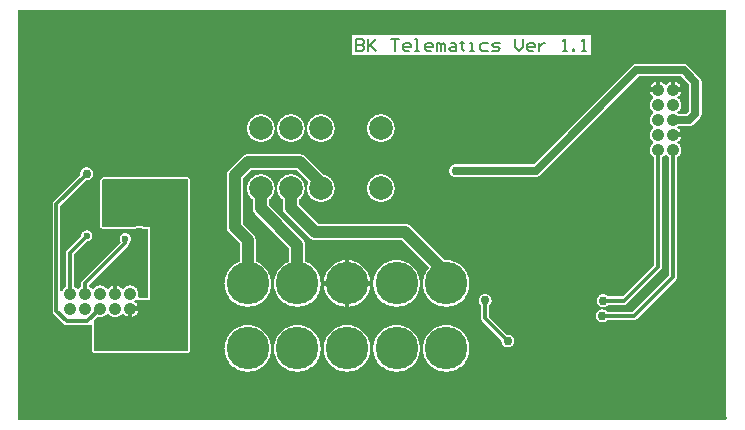
<source format=gtl>
G04*
G04 #@! TF.GenerationSoftware,Altium Limited,CircuitStudio,1.5.2 (30)*
G04*
G04 Layer_Physical_Order=1*
G04 Layer_Color=1908223*
%FSLAX25Y25*%
%MOIN*%
G70*
G01*
G75*
%ADD10C,0.01378*%
%ADD11C,0.01181*%
%ADD12C,0.02756*%
%ADD13C,0.03937*%
%ADD14C,0.00787*%
%ADD15C,0.14173*%
%ADD16C,0.04200*%
%ADD17C,0.07874*%
%ADD18C,0.02362*%
%ADD19C,0.02953*%
%ADD20C,0.03150*%
G36*
X246572Y1099D02*
X246585Y967D01*
X246623Y841D01*
X246685Y725D01*
X246769Y623D01*
X246257Y0D01*
X10515D01*
Y136614D01*
X246572D01*
Y1099D01*
D02*
G37*
%LPC*%
G36*
X136614Y53224D02*
X136146Y53210D01*
X135679Y53167D01*
X135215Y53097D01*
X134757Y52999D01*
X134306Y52873D01*
X133863Y52720D01*
X133430Y52540D01*
X133008Y52335D01*
X132600Y52105D01*
X132206Y51850D01*
X131829Y51573D01*
X131469Y51273D01*
X131127Y50951D01*
X130806Y50610D01*
X130506Y50250D01*
X130228Y49872D01*
X129974Y49479D01*
X129744Y49071D01*
X129538Y48649D01*
X129359Y48216D01*
X129206Y47773D01*
X129080Y47322D01*
X128982Y46863D01*
X128911Y46400D01*
X128869Y45933D01*
X128855Y45465D01*
X128869Y44996D01*
X128911Y44529D01*
X128982Y44066D01*
X129080Y43608D01*
X129206Y43156D01*
X129359Y42713D01*
X129538Y42280D01*
X129744Y41859D01*
X129974Y41450D01*
X130228Y41057D01*
X130506Y40679D01*
X130806Y40319D01*
X131127Y39978D01*
X131469Y39657D01*
X131829Y39356D01*
X132206Y39079D01*
X132600Y38824D01*
X133008Y38594D01*
X133430Y38389D01*
X133863Y38209D01*
X134306Y38056D01*
X134757Y37931D01*
X135215Y37832D01*
X135679Y37762D01*
X136146Y37719D01*
X136614Y37705D01*
X137083Y37719D01*
X137549Y37762D01*
X138013Y37832D01*
X138471Y37931D01*
X138923Y38056D01*
X139366Y38209D01*
X139799Y38389D01*
X140220Y38594D01*
X140628Y38824D01*
X141022Y39079D01*
X141400Y39356D01*
X141760Y39657D01*
X142101Y39978D01*
X142422Y40319D01*
X142722Y40679D01*
X143000Y41057D01*
X143255Y41450D01*
X143485Y41859D01*
X143690Y42280D01*
X143869Y42713D01*
X144022Y43156D01*
X144148Y43608D01*
X144246Y44066D01*
X144317Y44529D01*
X144360Y44996D01*
X144374Y45465D01*
X144360Y45933D01*
X144317Y46400D01*
X144246Y46863D01*
X144148Y47322D01*
X144022Y47773D01*
X143869Y48216D01*
X143690Y48649D01*
X143485Y49071D01*
X143255Y49479D01*
X143000Y49872D01*
X142722Y50250D01*
X142422Y50610D01*
X142101Y50951D01*
X141760Y51273D01*
X141400Y51573D01*
X141022Y51850D01*
X140628Y52105D01*
X140220Y52335D01*
X139799Y52540D01*
X139366Y52720D01*
X138923Y52873D01*
X138471Y52999D01*
X138013Y53097D01*
X137549Y53167D01*
X137083Y53210D01*
X136614Y53224D01*
D02*
G37*
G36*
X166142Y41913D02*
X165901Y41899D01*
X165664Y41859D01*
X165432Y41792D01*
X165209Y41700D01*
X164998Y41583D01*
X164802Y41444D01*
X164622Y41283D01*
X164462Y41104D01*
X164322Y40907D01*
X164206Y40696D01*
X164113Y40474D01*
X164047Y40242D01*
X164006Y40004D01*
X163993Y39764D01*
X164006Y39523D01*
X164047Y39286D01*
X164113Y39054D01*
X164206Y38831D01*
X164322Y38620D01*
X164462Y38424D01*
X164622Y38244D01*
X164781Y38103D01*
Y33802D01*
X164792Y33625D01*
X164827Y33450D01*
X164884Y33281D01*
X164963Y33122D01*
X165062Y32974D01*
X165062Y32974D01*
X165062Y32974D01*
X165179Y32840D01*
X171563Y26456D01*
X171551Y26244D01*
X171564Y26004D01*
X171605Y25766D01*
X171672Y25534D01*
X171764Y25312D01*
X171880Y25101D01*
X172020Y24904D01*
X172180Y24724D01*
X172360Y24564D01*
X172557Y24424D01*
X172768Y24308D01*
X172990Y24216D01*
X173222Y24149D01*
X173459Y24109D01*
X173700Y24095D01*
X173941Y24109D01*
X174178Y24149D01*
X174410Y24216D01*
X174632Y24308D01*
X174843Y24424D01*
X175040Y24564D01*
X175220Y24724D01*
X175380Y24904D01*
X175520Y25101D01*
X175636Y25312D01*
X175728Y25534D01*
X175795Y25766D01*
X175836Y26004D01*
X175849Y26244D01*
X175836Y26485D01*
X175795Y26722D01*
X175728Y26954D01*
X175636Y27176D01*
X175520Y27387D01*
X175380Y27584D01*
X175220Y27764D01*
X175040Y27924D01*
X174843Y28064D01*
X174632Y28180D01*
X174410Y28273D01*
X174178Y28339D01*
X173941Y28380D01*
X173700Y28393D01*
X173488Y28381D01*
X167503Y34366D01*
Y38103D01*
X167661Y38244D01*
X167822Y38424D01*
X167961Y38620D01*
X168078Y38831D01*
X168170Y39054D01*
X168237Y39286D01*
X168277Y39523D01*
X168291Y39764D01*
X168277Y40004D01*
X168237Y40242D01*
X168170Y40474D01*
X168078Y40696D01*
X167961Y40907D01*
X167822Y41104D01*
X167661Y41283D01*
X167482Y41444D01*
X167285Y41583D01*
X167074Y41700D01*
X166851Y41792D01*
X166620Y41859D01*
X166382Y41899D01*
X166142Y41913D01*
D02*
G37*
G36*
X101349Y81841D02*
X100987Y81827D01*
X100628Y81785D01*
X100273Y81714D01*
X99924Y81616D01*
X99585Y81490D01*
X99256Y81339D01*
X98940Y81162D01*
X98639Y80961D01*
X98355Y80737D01*
X98089Y80491D01*
X97843Y80225D01*
X97619Y79941D01*
X97418Y79640D01*
X97241Y79324D01*
X97090Y78996D01*
X96965Y78656D01*
X96866Y78308D01*
X96796Y77953D01*
X96753Y77593D01*
X96739Y77232D01*
X96753Y76870D01*
X96796Y76510D01*
X96866Y76155D01*
X96965Y75807D01*
X97090Y75467D01*
X97241Y75139D01*
X97418Y74823D01*
X97619Y74522D01*
X97843Y74238D01*
X98089Y73972D01*
X98355Y73726D01*
X98639Y73502D01*
X98708Y73456D01*
Y70659D01*
X98708Y70659D01*
X98708D01*
X98721Y70400D01*
X98759Y70144D01*
X98822Y69892D01*
X98865Y69770D01*
X98909Y69648D01*
X99020Y69414D01*
X99153Y69192D01*
X99307Y68984D01*
X99307Y68984D01*
X99307Y68984D01*
X99481Y68792D01*
X107581Y60692D01*
X107581Y60692D01*
X107773Y60518D01*
X107982Y60363D01*
X108204Y60230D01*
X108438Y60119D01*
X108438Y60119D01*
X108438Y60119D01*
D01*
X108438Y60119D01*
X108438Y60119D01*
X108682Y60032D01*
X108934Y59969D01*
X109190Y59931D01*
X109449Y59918D01*
X138434D01*
X147536Y50816D01*
X147342Y50610D01*
X147041Y50250D01*
X146764Y49872D01*
X146509Y49479D01*
X146279Y49071D01*
X146074Y48649D01*
X145894Y48216D01*
X145741Y47773D01*
X145616Y47322D01*
X145517Y46863D01*
X145447Y46400D01*
X145404Y45933D01*
X145390Y45465D01*
X145404Y44996D01*
X145447Y44529D01*
X145517Y44066D01*
X145616Y43608D01*
X145741Y43156D01*
X145894Y42713D01*
X146074Y42280D01*
X146279Y41859D01*
X146509Y41450D01*
X146764Y41057D01*
X147041Y40679D01*
X147342Y40319D01*
X147663Y39978D01*
X148004Y39657D01*
X148364Y39356D01*
X148742Y39079D01*
X149135Y38824D01*
X149544Y38594D01*
X149965Y38389D01*
X150398Y38209D01*
X150841Y38056D01*
X151293Y37931D01*
X151751Y37832D01*
X152214Y37762D01*
X152681Y37719D01*
X153150Y37705D01*
X153618Y37719D01*
X154085Y37762D01*
X154548Y37832D01*
X155007Y37931D01*
X155458Y38056D01*
X155901Y38209D01*
X156334Y38389D01*
X156756Y38594D01*
X157164Y38824D01*
X157557Y39079D01*
X157935Y39356D01*
X158295Y39657D01*
X158636Y39978D01*
X158958Y40319D01*
X159258Y40679D01*
X159536Y41057D01*
X159790Y41450D01*
X160020Y41859D01*
X160225Y42280D01*
X160405Y42713D01*
X160558Y43156D01*
X160684Y43608D01*
X160782Y44066D01*
X160853Y44529D01*
X160895Y44996D01*
X160909Y45465D01*
X160895Y45933D01*
X160853Y46400D01*
X160782Y46863D01*
X160684Y47322D01*
X160558Y47773D01*
X160405Y48216D01*
X160225Y48649D01*
X160020Y49071D01*
X159790Y49479D01*
X159536Y49872D01*
X159258Y50250D01*
X158958Y50610D01*
X158636Y50951D01*
X158295Y51273D01*
X157935Y51573D01*
X157557Y51850D01*
X157164Y52105D01*
X156756Y52335D01*
X156334Y52540D01*
X155901Y52720D01*
X155458Y52873D01*
X155007Y52999D01*
X154548Y53097D01*
X154085Y53167D01*
X153618Y53210D01*
X153150Y53224D01*
X152681Y53210D01*
X152617Y53204D01*
X141395Y64426D01*
X141203Y64601D01*
X140995Y64755D01*
X140772Y64888D01*
X140538Y64999D01*
X140416Y65043D01*
X140294Y65086D01*
X140043Y65149D01*
X139786Y65187D01*
X139528Y65200D01*
X110543D01*
X103990Y71753D01*
Y73456D01*
X104058Y73502D01*
X104343Y73726D01*
X104609Y73972D01*
X104854Y74238D01*
X105078Y74522D01*
X105279Y74823D01*
X105456Y75139D01*
X105608Y75467D01*
X105733Y75807D01*
X105831Y76155D01*
X105902Y76510D01*
X105945Y76870D01*
X105959Y77232D01*
X105945Y77593D01*
X105902Y77953D01*
X105831Y78308D01*
X105733Y78656D01*
X105608Y78996D01*
X105456Y79324D01*
X105279Y79640D01*
X105078Y79941D01*
X104854Y80225D01*
X104609Y80491D01*
X104343Y80737D01*
X104058Y80961D01*
X103757Y81162D01*
X103442Y81339D01*
X103113Y81490D01*
X102773Y81616D01*
X102425Y81714D01*
X102070Y81785D01*
X101710Y81827D01*
X101349Y81841D01*
D02*
G37*
G36*
X127795Y44677D02*
X120866D01*
Y37748D01*
X121014Y37762D01*
X121477Y37832D01*
X121936Y37931D01*
X122387Y38056D01*
X122830Y38209D01*
X123263Y38389D01*
X123685Y38594D01*
X124093Y38824D01*
X124487Y39079D01*
X124864Y39356D01*
X125224Y39657D01*
X125566Y39978D01*
X125887Y40319D01*
X126187Y40679D01*
X126465Y41057D01*
X126719Y41450D01*
X126949Y41859D01*
X127155Y42280D01*
X127334Y42713D01*
X127487Y43156D01*
X127613Y43608D01*
X127711Y44066D01*
X127782Y44529D01*
X127795Y44677D01*
D02*
G37*
G36*
X119291D02*
X112363D01*
X112376Y44529D01*
X112446Y44066D01*
X112545Y43608D01*
X112671Y43156D01*
X112824Y42713D01*
X113003Y42280D01*
X113208Y41859D01*
X113438Y41450D01*
X113693Y41057D01*
X113971Y40679D01*
X114271Y40319D01*
X114592Y39978D01*
X114933Y39657D01*
X115293Y39356D01*
X115671Y39079D01*
X116065Y38824D01*
X116473Y38594D01*
X116894Y38389D01*
X117327Y38209D01*
X117770Y38056D01*
X118222Y37931D01*
X118680Y37832D01*
X119143Y37762D01*
X119291Y37748D01*
Y44677D01*
D02*
G37*
G36*
X33336Y84167D02*
X33096Y84154D01*
X32858Y84113D01*
X32626Y84047D01*
X32404Y83954D01*
X32193Y83838D01*
X31996Y83698D01*
X31817Y83538D01*
X31656Y83358D01*
X31517Y83161D01*
X31400Y82951D01*
X31308Y82728D01*
X31241Y82496D01*
X31201Y82259D01*
X31187Y82018D01*
X31201Y81778D01*
X31216Y81685D01*
X22335Y72804D01*
X22206Y72653D01*
X22102Y72484D01*
X22027Y72301D01*
X21980Y72108D01*
X21965Y71910D01*
Y36220D01*
X21980Y36023D01*
X22027Y35830D01*
X22102Y35647D01*
X22206Y35478D01*
X22335Y35327D01*
X22335Y35327D01*
X22335Y35327D01*
X25750Y31912D01*
D01*
X25750Y31912D01*
X25750Y31912D01*
Y31912D01*
X25901Y31783D01*
X26070Y31679D01*
D01*
D01*
Y31679D01*
X26070Y31679D01*
D01*
D01*
X26070D01*
Y31679D01*
D01*
X26070D01*
Y31679D01*
X26253Y31603D01*
X26446Y31557D01*
X26643Y31542D01*
X33587D01*
X33784Y31557D01*
X33977Y31603D01*
X34161Y31679D01*
X34330Y31783D01*
X34480Y31912D01*
X34480Y31912D01*
X34480Y31912D01*
X34536Y31967D01*
X35154Y31711D01*
Y22835D01*
X35167Y22704D01*
X35205Y22577D01*
X35268Y22461D01*
X35351Y22359D01*
X35453Y22275D01*
X35569Y22213D01*
X35696Y22175D01*
X35827Y22162D01*
X66929D01*
X67060Y22175D01*
X67186Y22213D01*
X67303Y22275D01*
X67405Y22359D01*
X67488Y22461D01*
X67550Y22577D01*
X67589Y22704D01*
X67602Y22835D01*
Y80158D01*
X67589Y80289D01*
X67550Y80415D01*
X67488Y80531D01*
X67405Y80633D01*
X67303Y80717D01*
X67186Y80779D01*
X67060Y80817D01*
X66929Y80830D01*
X38913D01*
X38912Y80830D01*
X38912Y80830D01*
X38847Y80823D01*
X38782Y80817D01*
X38781Y80817D01*
X38781Y80817D01*
X38718Y80798D01*
X38656Y80779D01*
X38655Y80779D01*
X38655Y80778D01*
X38597Y80747D01*
X38539Y80717D01*
X38539Y80716D01*
X38539Y80716D01*
X38487Y80674D01*
X38438Y80633D01*
X38437Y80633D01*
X38437Y80632D01*
X37964Y80158D01*
X37964Y80158D01*
X37964Y80158D01*
X37923Y80108D01*
X37881Y80056D01*
X37881Y80056D01*
X37880Y80056D01*
X37849Y79997D01*
X37819Y79940D01*
X37819Y79940D01*
X37818Y79939D01*
X37801Y79880D01*
X37781Y79814D01*
X37781Y79813D01*
X37780Y79813D01*
X37774Y79749D01*
X37768Y79683D01*
X37768Y79682D01*
X37768Y79682D01*
X37812Y64390D01*
X37818Y64326D01*
X37824Y64262D01*
X37825Y64261D01*
X37825Y64259D01*
X37844Y64198D01*
X37862Y64136D01*
X37863Y64134D01*
X37864Y64133D01*
X37894Y64077D01*
X37924Y64020D01*
X37925Y64018D01*
X37926Y64017D01*
X37967Y63967D01*
X38008Y63917D01*
X38009Y63916D01*
X38010Y63915D01*
X38060Y63874D01*
X38109Y63834D01*
X38111Y63833D01*
X38112Y63832D01*
X38168Y63802D01*
X38225Y63771D01*
X38227Y63771D01*
X38229Y63770D01*
X38289Y63752D01*
X38352Y63733D01*
X38353Y63732D01*
X38355Y63732D01*
X38418Y63726D01*
X38483Y63719D01*
X49573Y63696D01*
X49583Y63697D01*
X49593Y63696D01*
X49648Y63703D01*
X49704Y63708D01*
X49713Y63711D01*
X49724Y63713D01*
X49777Y63730D01*
X49830Y63746D01*
X49839Y63751D01*
X49849Y63754D01*
X49897Y63782D01*
X49946Y63808D01*
X49954Y63815D01*
X49963Y63820D01*
X50002Y63848D01*
X50147Y63928D01*
X50300Y63991D01*
X50459Y64037D01*
X50622Y64065D01*
X50787Y64074D01*
X50953Y64065D01*
X51116Y64037D01*
X51275Y63991D01*
X51428Y63928D01*
X51572Y63848D01*
X51619Y63815D01*
X51627Y63810D01*
X51633Y63805D01*
X51684Y63778D01*
X51733Y63749D01*
X51742Y63747D01*
X51749Y63742D01*
X51804Y63726D01*
X51859Y63707D01*
X51867Y63706D01*
X51876Y63704D01*
X51933Y63698D01*
X51989Y63691D01*
X51998Y63691D01*
X52007Y63691D01*
X53658Y63687D01*
Y40436D01*
X51400D01*
X50415Y40902D01*
X50358Y40984D01*
X50433Y41193D01*
X50499Y41457D01*
X50539Y41726D01*
X50552Y41998D01*
X50539Y42270D01*
X50499Y42539D01*
X50433Y42803D01*
X50341Y43059D01*
X50225Y43305D01*
X50085Y43538D01*
X49923Y43757D01*
X49740Y43959D01*
X49538Y44141D01*
X49320Y44303D01*
X49087Y44443D01*
X48841Y44560D01*
X48584Y44651D01*
X48320Y44717D01*
X48051Y44757D01*
X47780Y44771D01*
X47508Y44757D01*
X47239Y44717D01*
X46975Y44651D01*
X46719Y44560D01*
X46473Y44443D01*
X46239Y44303D01*
X46021Y44141D01*
X45819Y43959D01*
X45636Y43757D01*
X45614Y43727D01*
X44945D01*
X44923Y43757D01*
X44740Y43959D01*
X44539Y44141D01*
X44320Y44303D01*
X44087Y44443D01*
X43841Y44560D01*
X43584Y44651D01*
X43567Y44656D01*
Y41997D01*
X41992D01*
Y44656D01*
X41975Y44651D01*
X41719Y44560D01*
X41473Y44443D01*
X41239Y44303D01*
X41021Y44141D01*
X40819Y43959D01*
X40636Y43757D01*
X40614Y43727D01*
X39945D01*
X39923Y43757D01*
X39740Y43959D01*
X39538Y44141D01*
X39320Y44303D01*
X39087Y44443D01*
X38841Y44560D01*
X38584Y44651D01*
X38320Y44717D01*
X38051Y44757D01*
X37780Y44771D01*
X37508Y44757D01*
X37239Y44717D01*
X36975Y44651D01*
X36719Y44560D01*
X36473Y44443D01*
X36239Y44303D01*
X36021Y44141D01*
X35819Y43959D01*
X35636Y43757D01*
X35614Y43727D01*
X34945D01*
X34923Y43757D01*
X34740Y43959D01*
X34538Y44141D01*
X34320Y44303D01*
X34087Y44443D01*
X34043Y44464D01*
Y44973D01*
X47035Y57965D01*
X47164Y58115D01*
X47268Y58284D01*
X47312Y58392D01*
X47344Y58468D01*
X47353Y58505D01*
X47390Y58661D01*
X47405Y58858D01*
X47405Y58858D01*
Y58858D01*
X47591Y59199D01*
X47711Y59368D01*
X47811Y59550D01*
X47891Y59742D01*
X47949Y59942D01*
X47983Y60147D01*
X47995Y60354D01*
X47983Y60562D01*
X47949Y60767D01*
X47891Y60966D01*
X47811Y61159D01*
X47711Y61340D01*
X47591Y61510D01*
X47452Y61665D01*
X47297Y61803D01*
X47128Y61924D01*
X46946Y62024D01*
X46754Y62104D01*
X46554Y62161D01*
X46349Y62196D01*
X46142Y62208D01*
X45934Y62196D01*
X45729Y62161D01*
X45530Y62104D01*
X45338Y62024D01*
X45156Y61924D01*
X44986Y61803D01*
X44831Y61665D01*
X44693Y61510D01*
X44572Y61340D01*
X44472Y61159D01*
X44392Y60966D01*
X44335Y60767D01*
X44300Y60562D01*
X44288Y60354D01*
X44300Y60147D01*
X44335Y59942D01*
X44392Y59742D01*
X44472Y59550D01*
X44572Y59368D01*
X44693Y59199D01*
X44694Y59198D01*
X31886Y46390D01*
X31757Y46239D01*
X31654Y46070D01*
X31578Y45887D01*
X31531Y45694D01*
X31516Y45496D01*
Y44464D01*
X31473Y44443D01*
X31239Y44303D01*
X31021Y44141D01*
X30819Y43959D01*
X30636Y43757D01*
X30614Y43727D01*
X29945D01*
X29923Y43757D01*
X29740Y43959D01*
X29539Y44141D01*
X29320Y44303D01*
X29087Y44443D01*
X29043Y44464D01*
Y55209D01*
X33274Y59439D01*
X33336Y59436D01*
X33544Y59447D01*
X33749Y59482D01*
X33948Y59540D01*
X34140Y59619D01*
X34322Y59720D01*
X34492Y59840D01*
X34647Y59978D01*
X34785Y60133D01*
X34905Y60303D01*
X35006Y60485D01*
X35085Y60677D01*
X35143Y60877D01*
X35178Y61081D01*
X35190Y61289D01*
X35178Y61497D01*
X35143Y61701D01*
X35085Y61901D01*
X35006Y62093D01*
X34905Y62275D01*
X34785Y62445D01*
X34647Y62599D01*
X34492Y62738D01*
X34322Y62858D01*
X34140Y62959D01*
X33948Y63038D01*
X33749Y63096D01*
X33544Y63131D01*
X33336Y63142D01*
X33129Y63131D01*
X32924Y63096D01*
X32724Y63038D01*
X32532Y62959D01*
X32350Y62858D01*
X32181Y62738D01*
X32026Y62599D01*
X31887Y62445D01*
X31767Y62275D01*
X31666Y62093D01*
X31587Y61901D01*
X31529Y61701D01*
X31495Y61497D01*
X31483Y61289D01*
X31486Y61226D01*
X26886Y56626D01*
X26757Y56475D01*
X26654Y56306D01*
X26578Y56123D01*
X26531Y55930D01*
X26516Y55732D01*
Y44464D01*
X26473Y44443D01*
X26239Y44303D01*
X26021Y44141D01*
X25819Y43959D01*
X25636Y43757D01*
X25474Y43538D01*
X25334Y43305D01*
X25218Y43059D01*
X25152Y42873D01*
X24492Y42988D01*
Y71387D01*
X33004Y79898D01*
X33096Y79883D01*
X33336Y79869D01*
X33577Y79883D01*
X33814Y79923D01*
X34046Y79990D01*
X34269Y80082D01*
X34480Y80199D01*
X34676Y80338D01*
X34856Y80498D01*
X35016Y80678D01*
X35156Y80875D01*
X35272Y81086D01*
X35365Y81308D01*
X35431Y81540D01*
X35472Y81778D01*
X35485Y82018D01*
X35472Y82259D01*
X35431Y82496D01*
X35365Y82728D01*
X35272Y82951D01*
X35156Y83161D01*
X35016Y83358D01*
X34856Y83538D01*
X34676Y83698D01*
X34480Y83838D01*
X34269Y83954D01*
X34046Y84047D01*
X33814Y84113D01*
X33577Y84154D01*
X33336Y84167D01*
D02*
G37*
G36*
X103543Y31570D02*
X103075Y31556D01*
X102608Y31514D01*
X102145Y31443D01*
X101686Y31345D01*
X101235Y31219D01*
X100792Y31066D01*
X100359Y30887D01*
X99937Y30682D01*
X99529Y30451D01*
X99136Y30197D01*
X98758Y29919D01*
X98398Y29619D01*
X98057Y29298D01*
X97735Y28956D01*
X97435Y28596D01*
X97158Y28219D01*
X96903Y27825D01*
X96673Y27417D01*
X96468Y26996D01*
X96288Y26562D01*
X96135Y26119D01*
X96009Y25668D01*
X95911Y25210D01*
X95841Y24746D01*
X95798Y24280D01*
X95784Y23811D01*
X95798Y23343D01*
X95841Y22876D01*
X95911Y22412D01*
X96009Y21954D01*
X96135Y21502D01*
X96288Y21059D01*
X96468Y20626D01*
X96673Y20205D01*
X96903Y19797D01*
X97158Y19403D01*
X97435Y19026D01*
X97735Y18665D01*
X98057Y18324D01*
X98398Y18003D01*
X98758Y17703D01*
X99136Y17425D01*
X99529Y17171D01*
X99937Y16940D01*
X100359Y16735D01*
X100792Y16556D01*
X101235Y16403D01*
X101686Y16277D01*
X102145Y16179D01*
X102608Y16108D01*
X103075Y16066D01*
X103543Y16051D01*
X104012Y16066D01*
X104479Y16108D01*
X104942Y16179D01*
X105400Y16277D01*
X105852Y16403D01*
X106295Y16556D01*
X106728Y16735D01*
X107149Y16940D01*
X107558Y17171D01*
X107951Y17425D01*
X108329Y17703D01*
X108689Y18003D01*
X109030Y18324D01*
X109351Y18665D01*
X109652Y19026D01*
X109929Y19403D01*
X110184Y19797D01*
X110414Y20205D01*
X110619Y20626D01*
X110799Y21059D01*
X110951Y21502D01*
X111077Y21954D01*
X111176Y22412D01*
X111246Y22876D01*
X111289Y23343D01*
X111303Y23811D01*
X111289Y24280D01*
X111246Y24746D01*
X111176Y25210D01*
X111077Y25668D01*
X110951Y26119D01*
X110799Y26562D01*
X110619Y26996D01*
X110414Y27417D01*
X110184Y27825D01*
X109929Y28219D01*
X109652Y28596D01*
X109351Y28956D01*
X109030Y29298D01*
X108689Y29619D01*
X108329Y29919D01*
X107951Y30197D01*
X107558Y30451D01*
X107149Y30682D01*
X106728Y30887D01*
X106295Y31066D01*
X105852Y31219D01*
X105400Y31345D01*
X104942Y31443D01*
X104479Y31514D01*
X104012Y31556D01*
X103543Y31570D01*
D02*
G37*
G36*
X87008D02*
X86540Y31556D01*
X86073Y31514D01*
X85609Y31443D01*
X85151Y31345D01*
X84699Y31219D01*
X84257Y31066D01*
X83823Y30887D01*
X83402Y30682D01*
X82994Y30451D01*
X82600Y30197D01*
X82223Y29919D01*
X81862Y29619D01*
X81521Y29298D01*
X81200Y28956D01*
X80900Y28596D01*
X80622Y28219D01*
X80368Y27825D01*
X80137Y27417D01*
X79932Y26996D01*
X79753Y26562D01*
X79600Y26119D01*
X79474Y25668D01*
X79376Y25210D01*
X79305Y24746D01*
X79263Y24280D01*
X79249Y23811D01*
X79263Y23343D01*
X79305Y22876D01*
X79376Y22412D01*
X79474Y21954D01*
X79600Y21502D01*
X79753Y21059D01*
X79932Y20626D01*
X80137Y20205D01*
X80368Y19797D01*
X80622Y19403D01*
X80900Y19026D01*
X81200Y18665D01*
X81521Y18324D01*
X81862Y18003D01*
X82223Y17703D01*
X82600Y17425D01*
X82994Y17171D01*
X83402Y16940D01*
X83823Y16735D01*
X84257Y16556D01*
X84699Y16403D01*
X85151Y16277D01*
X85609Y16179D01*
X86073Y16108D01*
X86540Y16066D01*
X87008Y16051D01*
X87476Y16066D01*
X87943Y16108D01*
X88407Y16179D01*
X88865Y16277D01*
X89316Y16403D01*
X89759Y16556D01*
X90193Y16735D01*
X90614Y16940D01*
X91022Y17171D01*
X91416Y17425D01*
X91793Y17703D01*
X92154Y18003D01*
X92495Y18324D01*
X92816Y18665D01*
X93116Y19026D01*
X93394Y19403D01*
X93648Y19797D01*
X93879Y20205D01*
X94084Y20626D01*
X94263Y21059D01*
X94416Y21502D01*
X94542Y21954D01*
X94640Y22412D01*
X94711Y22876D01*
X94753Y23343D01*
X94767Y23811D01*
X94753Y24280D01*
X94711Y24746D01*
X94640Y25210D01*
X94542Y25668D01*
X94416Y26119D01*
X94263Y26562D01*
X94084Y26996D01*
X93879Y27417D01*
X93648Y27825D01*
X93394Y28219D01*
X93116Y28596D01*
X92816Y28956D01*
X92495Y29298D01*
X92154Y29619D01*
X91793Y29919D01*
X91416Y30197D01*
X91022Y30451D01*
X90614Y30682D01*
X90193Y30887D01*
X89759Y31066D01*
X89316Y31219D01*
X88865Y31345D01*
X88407Y31443D01*
X87943Y31514D01*
X87476Y31556D01*
X87008Y31570D01*
D02*
G37*
G36*
X120079D02*
X119610Y31556D01*
X119143Y31514D01*
X118680Y31443D01*
X118222Y31345D01*
X117770Y31219D01*
X117327Y31066D01*
X116894Y30887D01*
X116473Y30682D01*
X116065Y30451D01*
X115671Y30197D01*
X115293Y29919D01*
X114933Y29619D01*
X114592Y29298D01*
X114271Y28956D01*
X113971Y28596D01*
X113693Y28219D01*
X113438Y27825D01*
X113208Y27417D01*
X113003Y26996D01*
X112824Y26562D01*
X112671Y26119D01*
X112545Y25668D01*
X112446Y25210D01*
X112376Y24746D01*
X112334Y24280D01*
X112319Y23811D01*
X112334Y23343D01*
X112376Y22876D01*
X112446Y22412D01*
X112545Y21954D01*
X112671Y21502D01*
X112824Y21059D01*
X113003Y20626D01*
X113208Y20205D01*
X113438Y19797D01*
X113693Y19403D01*
X113971Y19026D01*
X114271Y18665D01*
X114592Y18324D01*
X114933Y18003D01*
X115293Y17703D01*
X115671Y17425D01*
X116065Y17171D01*
X116473Y16940D01*
X116894Y16735D01*
X117327Y16556D01*
X117770Y16403D01*
X118222Y16277D01*
X118680Y16179D01*
X119143Y16108D01*
X119610Y16066D01*
X120079Y16051D01*
X120547Y16066D01*
X121014Y16108D01*
X121477Y16179D01*
X121936Y16277D01*
X122387Y16403D01*
X122830Y16556D01*
X123263Y16735D01*
X123685Y16940D01*
X124093Y17171D01*
X124487Y17425D01*
X124864Y17703D01*
X125224Y18003D01*
X125566Y18324D01*
X125887Y18665D01*
X126187Y19026D01*
X126465Y19403D01*
X126719Y19797D01*
X126949Y20205D01*
X127155Y20626D01*
X127334Y21059D01*
X127487Y21502D01*
X127613Y21954D01*
X127711Y22412D01*
X127782Y22876D01*
X127824Y23343D01*
X127838Y23811D01*
X127824Y24280D01*
X127782Y24746D01*
X127711Y25210D01*
X127613Y25668D01*
X127487Y26119D01*
X127334Y26562D01*
X127155Y26996D01*
X126949Y27417D01*
X126719Y27825D01*
X126465Y28219D01*
X126187Y28596D01*
X125887Y28956D01*
X125566Y29298D01*
X125224Y29619D01*
X124864Y29919D01*
X124487Y30197D01*
X124093Y30451D01*
X123685Y30682D01*
X123263Y30887D01*
X122830Y31066D01*
X122387Y31219D01*
X121936Y31345D01*
X121477Y31443D01*
X121014Y31514D01*
X120547Y31556D01*
X120079Y31570D01*
D02*
G37*
G36*
X153150D02*
X152681Y31556D01*
X152214Y31514D01*
X151751Y31443D01*
X151293Y31345D01*
X150841Y31219D01*
X150398Y31066D01*
X149965Y30887D01*
X149544Y30682D01*
X149135Y30451D01*
X148742Y30197D01*
X148364Y29919D01*
X148004Y29619D01*
X147663Y29298D01*
X147342Y28956D01*
X147041Y28596D01*
X146764Y28219D01*
X146509Y27825D01*
X146279Y27417D01*
X146074Y26996D01*
X145894Y26562D01*
X145741Y26119D01*
X145616Y25668D01*
X145517Y25210D01*
X145447Y24746D01*
X145404Y24280D01*
X145390Y23811D01*
X145404Y23343D01*
X145447Y22876D01*
X145517Y22412D01*
X145616Y21954D01*
X145741Y21502D01*
X145894Y21059D01*
X146074Y20626D01*
X146279Y20205D01*
X146509Y19797D01*
X146764Y19403D01*
X147041Y19026D01*
X147342Y18665D01*
X147663Y18324D01*
X148004Y18003D01*
X148364Y17703D01*
X148742Y17425D01*
X149135Y17171D01*
X149544Y16940D01*
X149965Y16735D01*
X150398Y16556D01*
X150841Y16403D01*
X151293Y16277D01*
X151751Y16179D01*
X152214Y16108D01*
X152681Y16066D01*
X153150Y16051D01*
X153618Y16066D01*
X154085Y16108D01*
X154548Y16179D01*
X155007Y16277D01*
X155458Y16403D01*
X155901Y16556D01*
X156334Y16735D01*
X156756Y16940D01*
X157164Y17171D01*
X157557Y17425D01*
X157935Y17703D01*
X158295Y18003D01*
X158636Y18324D01*
X158958Y18665D01*
X159258Y19026D01*
X159536Y19403D01*
X159790Y19797D01*
X160020Y20205D01*
X160225Y20626D01*
X160405Y21059D01*
X160558Y21502D01*
X160684Y21954D01*
X160782Y22412D01*
X160853Y22876D01*
X160895Y23343D01*
X160909Y23811D01*
X160895Y24280D01*
X160853Y24746D01*
X160782Y25210D01*
X160684Y25668D01*
X160558Y26119D01*
X160405Y26562D01*
X160225Y26996D01*
X160020Y27417D01*
X159790Y27825D01*
X159536Y28219D01*
X159258Y28596D01*
X158958Y28956D01*
X158636Y29298D01*
X158295Y29619D01*
X157935Y29919D01*
X157557Y30197D01*
X157164Y30451D01*
X156756Y30682D01*
X156334Y30887D01*
X155901Y31066D01*
X155458Y31219D01*
X155007Y31345D01*
X154548Y31443D01*
X154085Y31514D01*
X153618Y31556D01*
X153150Y31570D01*
D02*
G37*
G36*
X136614D02*
X136146Y31556D01*
X135679Y31514D01*
X135215Y31443D01*
X134757Y31345D01*
X134306Y31219D01*
X133863Y31066D01*
X133430Y30887D01*
X133008Y30682D01*
X132600Y30451D01*
X132206Y30197D01*
X131829Y29919D01*
X131469Y29619D01*
X131127Y29298D01*
X130806Y28956D01*
X130506Y28596D01*
X130228Y28219D01*
X129974Y27825D01*
X129744Y27417D01*
X129538Y26996D01*
X129359Y26562D01*
X129206Y26119D01*
X129080Y25668D01*
X128982Y25210D01*
X128911Y24746D01*
X128869Y24280D01*
X128855Y23811D01*
X128869Y23343D01*
X128911Y22876D01*
X128982Y22412D01*
X129080Y21954D01*
X129206Y21502D01*
X129359Y21059D01*
X129538Y20626D01*
X129744Y20205D01*
X129974Y19797D01*
X130228Y19403D01*
X130506Y19026D01*
X130806Y18665D01*
X131127Y18324D01*
X131469Y18003D01*
X131829Y17703D01*
X132206Y17425D01*
X132600Y17171D01*
X133008Y16940D01*
X133430Y16735D01*
X133863Y16556D01*
X134306Y16403D01*
X134757Y16277D01*
X135215Y16179D01*
X135679Y16108D01*
X136146Y16066D01*
X136614Y16051D01*
X137083Y16066D01*
X137549Y16108D01*
X138013Y16179D01*
X138471Y16277D01*
X138923Y16403D01*
X139366Y16556D01*
X139799Y16735D01*
X140220Y16940D01*
X140628Y17171D01*
X141022Y17425D01*
X141400Y17703D01*
X141760Y18003D01*
X142101Y18324D01*
X142422Y18665D01*
X142722Y19026D01*
X143000Y19403D01*
X143255Y19797D01*
X143485Y20205D01*
X143690Y20626D01*
X143869Y21059D01*
X144022Y21502D01*
X144148Y21954D01*
X144246Y22412D01*
X144317Y22876D01*
X144360Y23343D01*
X144374Y23811D01*
X144360Y24280D01*
X144317Y24746D01*
X144246Y25210D01*
X144148Y25668D01*
X144022Y26119D01*
X143869Y26562D01*
X143690Y26996D01*
X143485Y27417D01*
X143255Y27825D01*
X143000Y28219D01*
X142722Y28596D01*
X142422Y28956D01*
X142101Y29298D01*
X141760Y29619D01*
X141400Y29919D01*
X141022Y30197D01*
X140628Y30451D01*
X140220Y30682D01*
X139799Y30887D01*
X139366Y31066D01*
X138923Y31219D01*
X138471Y31345D01*
X138013Y31443D01*
X137549Y31514D01*
X137083Y31556D01*
X136614Y31570D01*
D02*
G37*
G36*
X119291Y53181D02*
X119143Y53167D01*
X118680Y53097D01*
X118222Y52999D01*
X117770Y52873D01*
X117327Y52720D01*
X116894Y52540D01*
X116473Y52335D01*
X116065Y52105D01*
X115671Y51850D01*
X115293Y51573D01*
X114933Y51273D01*
X114592Y50951D01*
X114271Y50610D01*
X113971Y50250D01*
X113693Y49872D01*
X113438Y49479D01*
X113208Y49071D01*
X113003Y48649D01*
X112824Y48216D01*
X112671Y47773D01*
X112545Y47322D01*
X112446Y46863D01*
X112376Y46400D01*
X112363Y46252D01*
X119291D01*
Y53181D01*
D02*
G37*
G36*
X131349Y101841D02*
X130987Y101827D01*
X130628Y101785D01*
X130273Y101714D01*
X129924Y101616D01*
X129585Y101490D01*
X129256Y101339D01*
X128940Y101162D01*
X128639Y100961D01*
X128355Y100737D01*
X128089Y100491D01*
X127843Y100225D01*
X127619Y99941D01*
X127418Y99640D01*
X127241Y99324D01*
X127090Y98996D01*
X126965Y98656D01*
X126866Y98308D01*
X126796Y97953D01*
X126753Y97593D01*
X126739Y97232D01*
X126753Y96870D01*
X126796Y96510D01*
X126866Y96155D01*
X126965Y95807D01*
X127090Y95467D01*
X127241Y95139D01*
X127418Y94823D01*
X127619Y94522D01*
X127843Y94238D01*
X128089Y93972D01*
X128355Y93726D01*
X128639Y93502D01*
X128940Y93301D01*
X129256Y93124D01*
X129585Y92973D01*
X129924Y92847D01*
X130273Y92749D01*
X130628Y92678D01*
X130987Y92636D01*
X131349Y92622D01*
X131711Y92636D01*
X132070Y92678D01*
X132425Y92749D01*
X132773Y92847D01*
X133113Y92973D01*
X133442Y93124D01*
X133757Y93301D01*
X134058Y93502D01*
X134343Y93726D01*
X134608Y93972D01*
X134854Y94238D01*
X135078Y94522D01*
X135279Y94823D01*
X135456Y95139D01*
X135608Y95467D01*
X135733Y95807D01*
X135831Y96155D01*
X135902Y96510D01*
X135944Y96870D01*
X135959Y97232D01*
X135944Y97593D01*
X135902Y97953D01*
X135831Y98308D01*
X135733Y98656D01*
X135608Y98996D01*
X135456Y99324D01*
X135279Y99640D01*
X135078Y99941D01*
X134854Y100225D01*
X134608Y100491D01*
X134343Y100737D01*
X134058Y100961D01*
X133757Y101162D01*
X133442Y101339D01*
X133113Y101490D01*
X132773Y101616D01*
X132425Y101714D01*
X132070Y101785D01*
X131711Y101827D01*
X131349Y101841D01*
D02*
G37*
G36*
X111349D02*
X110987Y101827D01*
X110628Y101785D01*
X110273Y101714D01*
X109924Y101616D01*
X109585Y101490D01*
X109256Y101339D01*
X108940Y101162D01*
X108639Y100961D01*
X108355Y100737D01*
X108089Y100491D01*
X107843Y100225D01*
X107619Y99941D01*
X107418Y99640D01*
X107241Y99324D01*
X107090Y98996D01*
X106965Y98656D01*
X106866Y98308D01*
X106796Y97953D01*
X106753Y97593D01*
X106739Y97232D01*
X106753Y96870D01*
X106796Y96510D01*
X106866Y96155D01*
X106965Y95807D01*
X107090Y95467D01*
X107241Y95139D01*
X107418Y94823D01*
X107619Y94522D01*
X107843Y94238D01*
X108089Y93972D01*
X108355Y93726D01*
X108639Y93502D01*
X108940Y93301D01*
X109256Y93124D01*
X109585Y92973D01*
X109924Y92847D01*
X110273Y92749D01*
X110628Y92678D01*
X110987Y92636D01*
X111349Y92622D01*
X111711Y92636D01*
X112070Y92678D01*
X112425Y92749D01*
X112773Y92847D01*
X113113Y92973D01*
X113442Y93124D01*
X113757Y93301D01*
X114058Y93502D01*
X114343Y93726D01*
X114609Y93972D01*
X114854Y94238D01*
X115078Y94522D01*
X115279Y94823D01*
X115456Y95139D01*
X115608Y95467D01*
X115733Y95807D01*
X115831Y96155D01*
X115902Y96510D01*
X115945Y96870D01*
X115959Y97232D01*
X115945Y97593D01*
X115902Y97953D01*
X115831Y98308D01*
X115733Y98656D01*
X115608Y98996D01*
X115456Y99324D01*
X115279Y99640D01*
X115078Y99941D01*
X114854Y100225D01*
X114609Y100491D01*
X114343Y100737D01*
X114058Y100961D01*
X113757Y101162D01*
X113442Y101339D01*
X113113Y101490D01*
X112773Y101616D01*
X112425Y101714D01*
X112070Y101785D01*
X111711Y101827D01*
X111349Y101841D01*
D02*
G37*
G36*
X101349D02*
X100987Y101827D01*
X100628Y101785D01*
X100273Y101714D01*
X99924Y101616D01*
X99585Y101490D01*
X99256Y101339D01*
X98940Y101162D01*
X98639Y100961D01*
X98355Y100737D01*
X98089Y100491D01*
X97843Y100225D01*
X97619Y99941D01*
X97418Y99640D01*
X97241Y99324D01*
X97090Y98996D01*
X96965Y98656D01*
X96866Y98308D01*
X96796Y97953D01*
X96753Y97593D01*
X96739Y97232D01*
X96753Y96870D01*
X96796Y96510D01*
X96866Y96155D01*
X96965Y95807D01*
X97090Y95467D01*
X97241Y95139D01*
X97418Y94823D01*
X97619Y94522D01*
X97843Y94238D01*
X98089Y93972D01*
X98355Y93726D01*
X98639Y93502D01*
X98940Y93301D01*
X99256Y93124D01*
X99585Y92973D01*
X99924Y92847D01*
X100273Y92749D01*
X100628Y92678D01*
X100987Y92636D01*
X101349Y92622D01*
X101710Y92636D01*
X102070Y92678D01*
X102425Y92749D01*
X102773Y92847D01*
X103113Y92973D01*
X103442Y93124D01*
X103757Y93301D01*
X104058Y93502D01*
X104343Y93726D01*
X104609Y93972D01*
X104854Y94238D01*
X105078Y94522D01*
X105279Y94823D01*
X105456Y95139D01*
X105608Y95467D01*
X105733Y95807D01*
X105831Y96155D01*
X105902Y96510D01*
X105945Y96870D01*
X105959Y97232D01*
X105945Y97593D01*
X105902Y97953D01*
X105831Y98308D01*
X105733Y98656D01*
X105608Y98996D01*
X105456Y99324D01*
X105279Y99640D01*
X105078Y99941D01*
X104854Y100225D01*
X104609Y100491D01*
X104343Y100737D01*
X104058Y100961D01*
X103757Y101162D01*
X103442Y101339D01*
X103113Y101490D01*
X102773Y101616D01*
X102425Y101714D01*
X102070Y101785D01*
X101710Y101827D01*
X101349Y101841D01*
D02*
G37*
G36*
X232283Y118586D02*
X216535D01*
X216306Y118573D01*
X216079Y118535D01*
X215858Y118471D01*
X215646Y118383D01*
X215444Y118272D01*
X215257Y118139D01*
X215086Y117985D01*
X182312Y85212D01*
X182213Y85206D01*
X181975Y85166D01*
X181820Y85121D01*
X179767D01*
X179612Y85166D01*
X179375Y85206D01*
X179134Y85220D01*
X178893Y85206D01*
X178656Y85166D01*
X178500Y85121D01*
X160476D01*
X160321Y85166D01*
X160083Y85206D01*
X159843Y85220D01*
X159602Y85206D01*
X159364Y85166D01*
X159209Y85121D01*
X156933D01*
X156777Y85166D01*
X156540Y85206D01*
X156299Y85220D01*
X156059Y85206D01*
X155821Y85166D01*
X155589Y85099D01*
X155367Y85007D01*
X155156Y84891D01*
X154959Y84751D01*
X154780Y84591D01*
X154619Y84411D01*
X154480Y84214D01*
X154363Y84003D01*
X154271Y83781D01*
X154204Y83549D01*
X154164Y83311D01*
X154150Y83071D01*
X154164Y82830D01*
X154204Y82593D01*
X154271Y82361D01*
X154363Y82138D01*
X154480Y81928D01*
X154619Y81731D01*
X154780Y81551D01*
X154959Y81391D01*
X155156Y81251D01*
X155367Y81135D01*
X155589Y81042D01*
X155821Y80976D01*
X156059Y80935D01*
X156299Y80922D01*
X156540Y80935D01*
X156777Y80976D01*
X156933Y81020D01*
X159209D01*
X159364Y80976D01*
X159602Y80935D01*
X159843Y80922D01*
X160083Y80935D01*
X160321Y80976D01*
X160476Y81020D01*
X178500D01*
X178656Y80976D01*
X178893Y80935D01*
X179134Y80922D01*
X179375Y80935D01*
X179612Y80976D01*
X179767Y81020D01*
X181820D01*
X181975Y80976D01*
X182213Y80935D01*
X182454Y80922D01*
X182694Y80935D01*
X182932Y80976D01*
X183091Y81021D01*
X183300Y81033D01*
X183527Y81072D01*
X183748Y81135D01*
X183872Y81187D01*
X183960Y81223D01*
X184162Y81335D01*
X184349Y81468D01*
X184521Y81621D01*
X217385Y114485D01*
X231434D01*
X234170Y111749D01*
Y102818D01*
X233403Y102051D01*
X230643D01*
X230540Y102143D01*
X230322Y102305D01*
X230089Y102445D01*
Y102555D01*
X230322Y102695D01*
X230540Y102857D01*
X230742Y103040D01*
X230925Y103241D01*
X231087Y103460D01*
X231227Y103693D01*
X231343Y103939D01*
X231435Y104195D01*
X231501Y104459D01*
X231541Y104728D01*
X231554Y105000D01*
X231541Y105272D01*
X231501Y105541D01*
X231435Y105805D01*
X231343Y106061D01*
X231227Y106307D01*
X231087Y106541D01*
X230925Y106759D01*
X230742Y106961D01*
X230540Y107143D01*
X230322Y107305D01*
X230089Y107445D01*
Y107555D01*
X230322Y107695D01*
X230540Y107857D01*
X230742Y108039D01*
X230925Y108241D01*
X231087Y108460D01*
X231227Y108693D01*
X231343Y108939D01*
X231435Y109195D01*
X231439Y109213D01*
X228781D01*
Y109999D01*
X227994D01*
Y112658D01*
X227977Y112653D01*
X227721Y112562D01*
X227475Y112445D01*
X227241Y112305D01*
X227023Y112143D01*
X226821Y111961D01*
X226638Y111759D01*
X226616Y111729D01*
X225947D01*
X225925Y111759D01*
X225742Y111961D01*
X225540Y112143D01*
X225322Y112305D01*
X225089Y112445D01*
X224843Y112562D01*
X224587Y112653D01*
X224569Y112658D01*
Y109999D01*
X223783D01*
Y109213D01*
X221124D01*
X221128Y109195D01*
X221220Y108939D01*
X221336Y108693D01*
X221476Y108460D01*
X221638Y108241D01*
X221821Y108039D01*
X222023Y107857D01*
X222052Y107835D01*
Y107166D01*
X222023Y107143D01*
X221821Y106961D01*
X221638Y106759D01*
X221476Y106541D01*
X221336Y106307D01*
X221220Y106061D01*
X221128Y105805D01*
X221062Y105541D01*
X221022Y105272D01*
X221009Y105000D01*
X221022Y104728D01*
X221062Y104459D01*
X221128Y104195D01*
X221220Y103939D01*
X221336Y103693D01*
X221476Y103460D01*
X221638Y103241D01*
X221821Y103040D01*
X222023Y102857D01*
X222052Y102835D01*
Y102165D01*
X222023Y102143D01*
X221821Y101961D01*
X221638Y101759D01*
X221476Y101541D01*
X221336Y101307D01*
X221220Y101061D01*
X221128Y100805D01*
X221062Y100541D01*
X221022Y100272D01*
X221009Y100000D01*
X221022Y99728D01*
X221062Y99459D01*
X221128Y99195D01*
X221220Y98939D01*
X221336Y98693D01*
X221476Y98460D01*
X221638Y98241D01*
X221821Y98040D01*
X222023Y97857D01*
X222052Y97835D01*
Y97165D01*
X222023Y97143D01*
X221821Y96961D01*
X221638Y96759D01*
X221476Y96540D01*
X221336Y96307D01*
X221220Y96061D01*
X221128Y95805D01*
X221062Y95541D01*
X221022Y95272D01*
X221009Y95000D01*
X221022Y94728D01*
X221062Y94459D01*
X221128Y94195D01*
X221220Y93939D01*
X221336Y93693D01*
X221476Y93460D01*
X221638Y93241D01*
X221821Y93040D01*
X222023Y92857D01*
X222052Y92835D01*
Y92165D01*
X222023Y92143D01*
X221821Y91961D01*
X221638Y91759D01*
X221476Y91540D01*
X221336Y91307D01*
X221220Y91061D01*
X221128Y90805D01*
X221062Y90541D01*
X221022Y90272D01*
X221009Y90000D01*
X221022Y89728D01*
X221062Y89459D01*
X221128Y89195D01*
X221220Y88939D01*
X221336Y88693D01*
X221476Y88460D01*
X221638Y88241D01*
X221821Y88039D01*
X222023Y87857D01*
X222241Y87695D01*
X222420Y87587D01*
Y51511D01*
X212011Y41101D01*
X207149D01*
X207008Y41260D01*
X206828Y41420D01*
X206631Y41560D01*
X206421Y41676D01*
X206198Y41769D01*
X205966Y41835D01*
X205729Y41876D01*
X205488Y41889D01*
X205248Y41876D01*
X205010Y41835D01*
X204778Y41769D01*
X204556Y41676D01*
X204345Y41560D01*
X204148Y41420D01*
X203969Y41260D01*
X203808Y41080D01*
X203668Y40883D01*
X203552Y40673D01*
X203460Y40450D01*
X203393Y40218D01*
X203353Y39981D01*
X203339Y39740D01*
X203353Y39500D01*
X203393Y39262D01*
X203460Y39030D01*
X203552Y38808D01*
X203668Y38597D01*
X203808Y38400D01*
X203969Y38221D01*
X204148Y38060D01*
X204345Y37920D01*
X204556Y37804D01*
X204778Y37712D01*
X205010Y37645D01*
X205248Y37605D01*
X205488Y37591D01*
X205729Y37605D01*
X205966Y37645D01*
X206198Y37712D01*
X206421Y37804D01*
X206631Y37920D01*
X206828Y38060D01*
X207008Y38221D01*
X207149Y38379D01*
X212575D01*
X212753Y38391D01*
X212927Y38425D01*
X213096Y38483D01*
X213255Y38561D01*
X213403Y38660D01*
X213537Y38778D01*
X224744Y49984D01*
X224862Y50118D01*
X224960Y50266D01*
X225039Y50426D01*
X225096Y50595D01*
X225131Y50769D01*
X225143Y50947D01*
X225143Y50947D01*
X225143Y50947D01*
Y50947D01*
Y87587D01*
X225322Y87695D01*
X225540Y87857D01*
X225742Y88039D01*
X225925Y88241D01*
X225947Y88271D01*
X226616D01*
X226638Y88241D01*
X226821Y88039D01*
X227023Y87857D01*
X227241Y87695D01*
X227420Y87587D01*
Y48243D01*
X215184Y36007D01*
X206779D01*
X206638Y36165D01*
X206458Y36326D01*
X206261Y36465D01*
X206051Y36582D01*
X205828Y36674D01*
X205596Y36741D01*
X205359Y36781D01*
X205118Y36795D01*
X204877Y36781D01*
X204640Y36741D01*
X204408Y36674D01*
X204186Y36582D01*
X203975Y36465D01*
X203778Y36326D01*
X203598Y36165D01*
X203438Y35986D01*
X203298Y35789D01*
X203182Y35578D01*
X203090Y35355D01*
X203023Y35124D01*
X202983Y34886D01*
X202969Y34646D01*
X202983Y34405D01*
X203023Y34168D01*
X203090Y33936D01*
X203182Y33713D01*
X203298Y33502D01*
X203438Y33306D01*
X203598Y33126D01*
X203778Y32965D01*
X203975Y32826D01*
X204186Y32709D01*
X204408Y32617D01*
X204640Y32550D01*
X204877Y32510D01*
X205118Y32497D01*
X205359Y32510D01*
X205596Y32550D01*
X205828Y32617D01*
X206051Y32709D01*
X206261Y32826D01*
X206458Y32965D01*
X206638Y33126D01*
X206779Y33285D01*
X215748D01*
X215926Y33296D01*
X216100Y33331D01*
X216269Y33388D01*
X216429Y33467D01*
X216577Y33566D01*
X216710Y33683D01*
X216710Y33683D01*
X216710Y33683D01*
X229744Y46717D01*
X229861Y46851D01*
X229960Y46999D01*
X230039Y47158D01*
X230096Y47327D01*
X230131Y47502D01*
X230143Y47679D01*
X230143Y47679D01*
X230143Y47679D01*
Y47679D01*
Y87587D01*
X230322Y87695D01*
X230540Y87857D01*
X230742Y88039D01*
X230925Y88241D01*
X231087Y88460D01*
X231227Y88693D01*
X231343Y88939D01*
X231435Y89195D01*
X231501Y89459D01*
X231541Y89728D01*
X231554Y90000D01*
X231541Y90272D01*
X231501Y90541D01*
X231435Y90805D01*
X231343Y91061D01*
X231227Y91307D01*
X231087Y91540D01*
X230925Y91759D01*
X230742Y91961D01*
X230540Y92143D01*
X230322Y92305D01*
X230089Y92445D01*
Y92555D01*
X230322Y92695D01*
X230540Y92857D01*
X230742Y93040D01*
X230925Y93241D01*
X231087Y93460D01*
X231227Y93693D01*
X231343Y93939D01*
X231435Y94195D01*
X231439Y94213D01*
X228781D01*
Y95788D01*
X231439D01*
X231435Y95805D01*
X231343Y96061D01*
X231227Y96307D01*
X231087Y96540D01*
X230925Y96759D01*
X230742Y96961D01*
X230540Y97143D01*
X230322Y97305D01*
X230089Y97445D01*
Y97555D01*
X230322Y97695D01*
X230540Y97857D01*
X230643Y97950D01*
X234252D01*
X234482Y97962D01*
X234708Y98001D01*
X234929Y98065D01*
X235054Y98116D01*
X235142Y98153D01*
X235343Y98264D01*
X235530Y98397D01*
X235702Y98550D01*
X237670Y100519D01*
X237824Y100690D01*
X237901Y100800D01*
X237957Y100878D01*
X238068Y101079D01*
X238104Y101167D01*
X238156Y101291D01*
X238219Y101512D01*
X238219Y101512D01*
X238219Y101512D01*
Y101512D01*
X238258Y101739D01*
X238271Y101969D01*
Y112598D01*
X238258Y112828D01*
X238219Y113055D01*
X238156Y113276D01*
X238104Y113400D01*
X238068Y113488D01*
X237957Y113689D01*
X237824Y113877D01*
X237670Y114048D01*
X233733Y117985D01*
X233562Y118139D01*
X233374Y118272D01*
X233173Y118383D01*
X233085Y118419D01*
X232961Y118471D01*
X232740Y118535D01*
X232513Y118573D01*
X232283Y118586D01*
D02*
G37*
G36*
X201314Y128345D02*
X121653D01*
Y121496D01*
X201314D01*
Y128345D01*
D02*
G37*
G36*
X229569Y112658D02*
Y110787D01*
X231439D01*
X231435Y110805D01*
X231343Y111061D01*
X231227Y111307D01*
X231087Y111540D01*
X230925Y111759D01*
X230742Y111961D01*
X230540Y112143D01*
X230322Y112305D01*
X230089Y112445D01*
X229843Y112562D01*
X229587Y112653D01*
X229569Y112658D01*
D02*
G37*
G36*
X222994D02*
X222977Y112653D01*
X222721Y112562D01*
X222475Y112445D01*
X222241Y112305D01*
X222023Y112143D01*
X221821Y111961D01*
X221638Y111759D01*
X221476Y111540D01*
X221336Y111307D01*
X221220Y111061D01*
X221128Y110805D01*
X221124Y110787D01*
X222994D01*
Y112658D01*
D02*
G37*
G36*
X104370Y88468D02*
X87008D01*
X86749Y88455D01*
X86493Y88417D01*
X86241Y88354D01*
X85997Y88267D01*
X85763Y88156D01*
X85541Y88023D01*
X85333Y87868D01*
X85140Y87694D01*
X85140Y87694D01*
X80810Y83363D01*
X80636Y83171D01*
X80481Y82963D01*
X80348Y82741D01*
X80237Y82507D01*
X80194Y82385D01*
X80150Y82263D01*
X80087Y82011D01*
X80049Y81755D01*
X80036Y81496D01*
Y64173D01*
X80036Y64173D01*
X80036D01*
X80049Y63914D01*
X80087Y63658D01*
X80150Y63407D01*
X80194Y63285D01*
X80237Y63163D01*
X80348Y62928D01*
X80481Y62706D01*
X80636Y62498D01*
X80636Y62498D01*
X80636Y62498D01*
X80810Y62306D01*
X84367Y58749D01*
Y52758D01*
X84257Y52720D01*
X83823Y52540D01*
X83402Y52335D01*
X82994Y52105D01*
X82600Y51850D01*
X82223Y51573D01*
X81862Y51273D01*
X81521Y50951D01*
X81200Y50610D01*
X80900Y50250D01*
X80622Y49872D01*
X80368Y49479D01*
X80137Y49071D01*
X79932Y48649D01*
X79753Y48216D01*
X79600Y47773D01*
X79474Y47322D01*
X79376Y46863D01*
X79305Y46400D01*
X79263Y45933D01*
X79249Y45465D01*
X79263Y44996D01*
X79305Y44529D01*
X79376Y44066D01*
X79474Y43608D01*
X79600Y43156D01*
X79753Y42713D01*
X79932Y42280D01*
X80137Y41859D01*
X80368Y41450D01*
X80622Y41057D01*
X80900Y40679D01*
X81200Y40319D01*
X81521Y39978D01*
X81862Y39657D01*
X82223Y39356D01*
X82600Y39079D01*
X82994Y38824D01*
X83402Y38594D01*
X83823Y38389D01*
X84257Y38209D01*
X84699Y38056D01*
X85151Y37931D01*
X85609Y37832D01*
X86073Y37762D01*
X86540Y37719D01*
X87008Y37705D01*
X87476Y37719D01*
X87943Y37762D01*
X88407Y37832D01*
X88865Y37931D01*
X89316Y38056D01*
X89759Y38209D01*
X90193Y38389D01*
X90614Y38594D01*
X91022Y38824D01*
X91416Y39079D01*
X91793Y39356D01*
X92154Y39657D01*
X92495Y39978D01*
X92816Y40319D01*
X93116Y40679D01*
X93394Y41057D01*
X93648Y41450D01*
X93879Y41859D01*
X94084Y42280D01*
X94263Y42713D01*
X94416Y43156D01*
X94542Y43608D01*
X94640Y44066D01*
X94711Y44529D01*
X94753Y44996D01*
X94767Y45465D01*
X94753Y45933D01*
X94711Y46400D01*
X94640Y46863D01*
X94542Y47322D01*
X94416Y47773D01*
X94263Y48216D01*
X94084Y48649D01*
X93879Y49071D01*
X93648Y49479D01*
X93394Y49872D01*
X93116Y50250D01*
X92816Y50610D01*
X92495Y50951D01*
X92154Y51273D01*
X91793Y51573D01*
X91416Y51850D01*
X91022Y52105D01*
X90614Y52335D01*
X90193Y52540D01*
X89759Y52720D01*
X89649Y52758D01*
Y59842D01*
X89636Y60101D01*
X89598Y60358D01*
X89535Y60609D01*
X89492Y60731D01*
X89448Y60853D01*
X89393Y60970D01*
X89337Y61087D01*
X89204Y61310D01*
X89050Y61518D01*
X88876Y61710D01*
X85318Y65267D01*
Y80402D01*
X88102Y83186D01*
X103276D01*
X107209Y79253D01*
X107090Y78996D01*
X106965Y78656D01*
X106866Y78308D01*
X106796Y77953D01*
X106753Y77593D01*
X106739Y77232D01*
X106753Y76870D01*
X106796Y76510D01*
X106866Y76155D01*
X106965Y75807D01*
X107090Y75467D01*
X107241Y75139D01*
X107418Y74823D01*
X107619Y74522D01*
X107843Y74238D01*
X108089Y73972D01*
X108355Y73726D01*
X108639Y73502D01*
X108940Y73301D01*
X109256Y73124D01*
X109585Y72973D01*
X109924Y72847D01*
X110273Y72749D01*
X110628Y72678D01*
X110987Y72636D01*
X111349Y72622D01*
X111711Y72636D01*
X112070Y72678D01*
X112425Y72749D01*
X112773Y72847D01*
X113113Y72973D01*
X113442Y73124D01*
X113757Y73301D01*
X114058Y73502D01*
X114343Y73726D01*
X114609Y73972D01*
X114854Y74238D01*
X115078Y74522D01*
X115279Y74823D01*
X115456Y75139D01*
X115608Y75467D01*
X115733Y75807D01*
X115831Y76155D01*
X115902Y76510D01*
X115945Y76870D01*
X115959Y77232D01*
X115945Y77593D01*
X115902Y77953D01*
X115831Y78308D01*
X115733Y78656D01*
X115608Y78996D01*
X115456Y79324D01*
X115279Y79640D01*
X115078Y79941D01*
X114854Y80225D01*
X114609Y80491D01*
X114343Y80737D01*
X114058Y80961D01*
X113757Y81162D01*
X113442Y81339D01*
X113113Y81490D01*
X112773Y81616D01*
X112425Y81714D01*
X112166Y81765D01*
X106237Y87694D01*
X106045Y87868D01*
X105837Y88023D01*
X105615Y88156D01*
X105381Y88267D01*
X105259Y88310D01*
X105137Y88354D01*
X104885Y88417D01*
X104629Y88455D01*
X104370Y88468D01*
D02*
G37*
G36*
X91349Y81841D02*
X90987Y81827D01*
X90628Y81785D01*
X90273Y81714D01*
X89924Y81616D01*
X89585Y81490D01*
X89256Y81339D01*
X88940Y81162D01*
X88639Y80961D01*
X88355Y80737D01*
X88089Y80491D01*
X87843Y80225D01*
X87619Y79941D01*
X87418Y79640D01*
X87241Y79324D01*
X87090Y78996D01*
X86965Y78656D01*
X86866Y78308D01*
X86796Y77953D01*
X86753Y77593D01*
X86739Y77232D01*
X86753Y76870D01*
X86796Y76510D01*
X86866Y76155D01*
X86965Y75807D01*
X87090Y75467D01*
X87241Y75139D01*
X87418Y74823D01*
X87619Y74522D01*
X87843Y74238D01*
X88089Y73972D01*
X88355Y73726D01*
X88639Y73502D01*
X88708Y73456D01*
Y70502D01*
X88708Y70502D01*
X88708D01*
X88721Y70243D01*
X88759Y69986D01*
X88822Y69735D01*
X88865Y69613D01*
X88909Y69491D01*
X89020Y69257D01*
X89153Y69034D01*
X89307Y68826D01*
X89307Y68826D01*
X89307Y68826D01*
X89481Y68634D01*
X100902Y57213D01*
Y52758D01*
X100792Y52720D01*
X100359Y52540D01*
X99937Y52335D01*
X99529Y52105D01*
X99136Y51850D01*
X98758Y51573D01*
X98398Y51273D01*
X98057Y50951D01*
X97735Y50610D01*
X97435Y50250D01*
X97158Y49872D01*
X96903Y49479D01*
X96673Y49071D01*
X96468Y48649D01*
X96288Y48216D01*
X96135Y47773D01*
X96009Y47322D01*
X95911Y46863D01*
X95841Y46400D01*
X95798Y45933D01*
X95784Y45465D01*
X95798Y44996D01*
X95841Y44529D01*
X95911Y44066D01*
X96009Y43608D01*
X96135Y43156D01*
X96288Y42713D01*
X96468Y42280D01*
X96673Y41859D01*
X96903Y41450D01*
X97158Y41057D01*
X97435Y40679D01*
X97735Y40319D01*
X98057Y39978D01*
X98398Y39657D01*
X98758Y39356D01*
X99136Y39079D01*
X99529Y38824D01*
X99937Y38594D01*
X100359Y38389D01*
X100792Y38209D01*
X101235Y38056D01*
X101686Y37931D01*
X102145Y37832D01*
X102608Y37762D01*
X103075Y37719D01*
X103543Y37705D01*
X104012Y37719D01*
X104479Y37762D01*
X104942Y37832D01*
X105400Y37931D01*
X105852Y38056D01*
X106295Y38209D01*
X106728Y38389D01*
X107149Y38594D01*
X107558Y38824D01*
X107951Y39079D01*
X108329Y39356D01*
X108689Y39657D01*
X109030Y39978D01*
X109351Y40319D01*
X109652Y40679D01*
X109929Y41057D01*
X110184Y41450D01*
X110414Y41859D01*
X110619Y42280D01*
X110799Y42713D01*
X110951Y43156D01*
X111077Y43608D01*
X111176Y44066D01*
X111246Y44529D01*
X111289Y44996D01*
X111303Y45465D01*
X111289Y45933D01*
X111246Y46400D01*
X111176Y46863D01*
X111077Y47322D01*
X110951Y47773D01*
X110799Y48216D01*
X110619Y48649D01*
X110414Y49071D01*
X110184Y49479D01*
X109929Y49872D01*
X109652Y50250D01*
X109351Y50610D01*
X109030Y50951D01*
X108689Y51273D01*
X108329Y51573D01*
X107951Y51850D01*
X107558Y52105D01*
X107149Y52335D01*
X106728Y52540D01*
X106295Y52720D01*
X106184Y52758D01*
Y58307D01*
D01*
D01*
D01*
D01*
D01*
D01*
X106184D01*
X106184D01*
D01*
D01*
D01*
Y58307D01*
D01*
D01*
D01*
D01*
X106184Y58308D01*
X106172Y58566D01*
X106159Y58651D01*
X106159Y58651D01*
D01*
D01*
D01*
X106158Y58660D01*
X106134Y58822D01*
Y58822D01*
D01*
D01*
D01*
D01*
D01*
D01*
X106108Y58923D01*
X106108Y58923D01*
D01*
D01*
D01*
X106106Y58934D01*
X106071Y59074D01*
Y59074D01*
D01*
D01*
D01*
D01*
D01*
X106071Y59074D01*
X105983Y59318D01*
X105872Y59552D01*
X105739Y59774D01*
X105585Y59982D01*
X105411Y60174D01*
X105411Y60175D01*
X93990Y71596D01*
Y73456D01*
X94058Y73502D01*
X94343Y73726D01*
X94608Y73972D01*
X94854Y74238D01*
X95078Y74522D01*
X95279Y74823D01*
X95456Y75139D01*
X95608Y75467D01*
X95733Y75807D01*
X95831Y76155D01*
X95902Y76510D01*
X95944Y76870D01*
X95959Y77232D01*
X95944Y77593D01*
X95902Y77953D01*
X95831Y78308D01*
X95733Y78656D01*
X95608Y78996D01*
X95456Y79324D01*
X95279Y79640D01*
X95078Y79941D01*
X94854Y80225D01*
X94608Y80491D01*
X94343Y80737D01*
X94058Y80961D01*
X93757Y81162D01*
X93442Y81339D01*
X93113Y81490D01*
X92773Y81616D01*
X92425Y81714D01*
X92070Y81785D01*
X91711Y81827D01*
X91349Y81841D01*
D02*
G37*
G36*
X120866Y53181D02*
Y46252D01*
X127795D01*
X127782Y46400D01*
X127711Y46863D01*
X127613Y47322D01*
X127487Y47773D01*
X127334Y48216D01*
X127155Y48649D01*
X126949Y49071D01*
X126719Y49479D01*
X126465Y49872D01*
X126187Y50250D01*
X125887Y50610D01*
X125566Y50951D01*
X125224Y51273D01*
X124864Y51573D01*
X124487Y51850D01*
X124093Y52105D01*
X123685Y52335D01*
X123263Y52540D01*
X122830Y52720D01*
X122387Y52873D01*
X121936Y52999D01*
X121477Y53097D01*
X121014Y53167D01*
X120866Y53181D01*
D02*
G37*
G36*
X131349Y81841D02*
X130987Y81827D01*
X130628Y81785D01*
X130273Y81714D01*
X129924Y81616D01*
X129585Y81490D01*
X129256Y81339D01*
X128940Y81162D01*
X128639Y80961D01*
X128355Y80737D01*
X128089Y80491D01*
X127843Y80225D01*
X127619Y79941D01*
X127418Y79640D01*
X127241Y79324D01*
X127090Y78996D01*
X126965Y78656D01*
X126866Y78308D01*
X126796Y77953D01*
X126753Y77593D01*
X126739Y77232D01*
X126753Y76870D01*
X126796Y76510D01*
X126866Y76155D01*
X126965Y75807D01*
X127090Y75467D01*
X127241Y75139D01*
X127418Y74823D01*
X127619Y74522D01*
X127843Y74238D01*
X128089Y73972D01*
X128355Y73726D01*
X128639Y73502D01*
X128940Y73301D01*
X129256Y73124D01*
X129585Y72973D01*
X129924Y72847D01*
X130273Y72749D01*
X130628Y72678D01*
X130987Y72636D01*
X131349Y72622D01*
X131711Y72636D01*
X132070Y72678D01*
X132425Y72749D01*
X132773Y72847D01*
X133113Y72973D01*
X133442Y73124D01*
X133757Y73301D01*
X134058Y73502D01*
X134343Y73726D01*
X134608Y73972D01*
X134854Y74238D01*
X135078Y74522D01*
X135279Y74823D01*
X135456Y75139D01*
X135608Y75467D01*
X135733Y75807D01*
X135831Y76155D01*
X135902Y76510D01*
X135944Y76870D01*
X135959Y77232D01*
X135944Y77593D01*
X135902Y77953D01*
X135831Y78308D01*
X135733Y78656D01*
X135608Y78996D01*
X135456Y79324D01*
X135279Y79640D01*
X135078Y79941D01*
X134854Y80225D01*
X134608Y80491D01*
X134343Y80737D01*
X134058Y80961D01*
X133757Y81162D01*
X133442Y81339D01*
X133113Y81490D01*
X132773Y81616D01*
X132425Y81714D01*
X132070Y81785D01*
X131711Y81827D01*
X131349Y81841D01*
D02*
G37*
G36*
X91349Y101841D02*
X90987Y101827D01*
X90628Y101785D01*
X90273Y101714D01*
X89924Y101616D01*
X89585Y101490D01*
X89256Y101339D01*
X88940Y101162D01*
X88639Y100961D01*
X88355Y100737D01*
X88089Y100491D01*
X87843Y100225D01*
X87619Y99941D01*
X87418Y99640D01*
X87241Y99324D01*
X87090Y98996D01*
X86965Y98656D01*
X86866Y98308D01*
X86796Y97953D01*
X86753Y97593D01*
X86739Y97232D01*
X86753Y96870D01*
X86796Y96510D01*
X86866Y96155D01*
X86965Y95807D01*
X87090Y95467D01*
X87241Y95139D01*
X87418Y94823D01*
X87619Y94522D01*
X87843Y94238D01*
X88089Y93972D01*
X88355Y93726D01*
X88639Y93502D01*
X88940Y93301D01*
X89256Y93124D01*
X89585Y92973D01*
X89924Y92847D01*
X90273Y92749D01*
X90628Y92678D01*
X90987Y92636D01*
X91349Y92622D01*
X91711Y92636D01*
X92070Y92678D01*
X92425Y92749D01*
X92773Y92847D01*
X93113Y92973D01*
X93442Y93124D01*
X93757Y93301D01*
X94058Y93502D01*
X94343Y93726D01*
X94608Y93972D01*
X94854Y94238D01*
X95078Y94522D01*
X95279Y94823D01*
X95456Y95139D01*
X95608Y95467D01*
X95733Y95807D01*
X95831Y96155D01*
X95902Y96510D01*
X95944Y96870D01*
X95959Y97232D01*
X95944Y97593D01*
X95902Y97953D01*
X95831Y98308D01*
X95733Y98656D01*
X95608Y98996D01*
X95456Y99324D01*
X95279Y99640D01*
X95078Y99941D01*
X94854Y100225D01*
X94608Y100491D01*
X94343Y100737D01*
X94058Y100961D01*
X93757Y101162D01*
X93442Y101339D01*
X93113Y101490D01*
X92773Y101616D01*
X92425Y101714D01*
X92070Y101785D01*
X91711Y101827D01*
X91349Y101841D01*
D02*
G37*
%LPD*%
G36*
X66929Y22835D02*
X35827D01*
Y33258D01*
X36930Y34361D01*
X36975Y34345D01*
X37239Y34279D01*
X37508Y34239D01*
X37780Y34225D01*
X38051Y34239D01*
X38320Y34279D01*
X38584Y34345D01*
X38841Y34437D01*
X39087Y34553D01*
X39320Y34693D01*
X39538Y34855D01*
X39740Y35037D01*
X39923Y35239D01*
X39945Y35269D01*
X40614D01*
X40636Y35239D01*
X40819Y35037D01*
X41021Y34855D01*
X41239Y34693D01*
X41473Y34553D01*
X41719Y34437D01*
X41975Y34345D01*
X42239Y34279D01*
X42508Y34239D01*
X42780Y34225D01*
X43051Y34239D01*
X43321Y34279D01*
X43584Y34345D01*
X43841Y34437D01*
X44087Y34553D01*
X44320Y34693D01*
X44539Y34855D01*
X44740Y35037D01*
X44923Y35239D01*
X44945Y35269D01*
X45614D01*
X45636Y35239D01*
X45819Y35037D01*
X46021Y34855D01*
X46239Y34693D01*
X46473Y34553D01*
X46719Y34437D01*
X46975Y34345D01*
X46992Y34341D01*
Y36999D01*
X47779D01*
Y37786D01*
X50437D01*
X50433Y37803D01*
X50341Y38059D01*
X50225Y38305D01*
X50085Y38539D01*
X49923Y38757D01*
X49740Y38959D01*
X49538Y39141D01*
X49320Y39303D01*
X49087Y39443D01*
Y39553D01*
X49320Y39693D01*
X49416Y39764D01*
X54331D01*
Y64358D01*
X52008Y64363D01*
X51931Y64418D01*
X51720Y64535D01*
X51497Y64627D01*
X51266Y64694D01*
X51028Y64734D01*
X50787Y64748D01*
X50547Y64734D01*
X50309Y64694D01*
X50078Y64627D01*
X49855Y64535D01*
X49644Y64418D01*
X49574Y64368D01*
X38484Y64392D01*
X38440Y79684D01*
X38913Y80158D01*
X66929D01*
Y22835D01*
D02*
G37*
%LPC*%
G36*
X50437Y36211D02*
X48567D01*
Y34341D01*
X48584Y34345D01*
X48841Y34437D01*
X49087Y34553D01*
X49320Y34693D01*
X49538Y34855D01*
X49740Y35037D01*
X49923Y35239D01*
X50085Y35458D01*
X50225Y35691D01*
X50341Y35937D01*
X50433Y36193D01*
X50437Y36211D01*
D02*
G37*
%LPD*%
D10*
X228782Y47679D02*
Y90000D01*
X205118Y34646D02*
X215748D01*
X228782Y47679D01*
X223782Y50947D02*
Y90000D01*
X212575Y39740D02*
X223782Y50947D01*
X205488Y39740D02*
X212575D01*
X166142Y33802D02*
Y39764D01*
Y33802D02*
X173700Y26244D01*
D11*
X27780Y55732D02*
X33336Y61289D01*
X27780Y41998D02*
Y55732D01*
X23228Y71910D02*
X33336Y82018D01*
X23228Y36220D02*
Y71910D01*
Y36220D02*
X26643Y32805D01*
X33587D01*
X37780Y36998D01*
X32780Y41998D02*
Y45496D01*
X46142Y58858D02*
Y60354D01*
X32780Y45496D02*
X46142Y58858D01*
D12*
X183071Y83071D02*
X216535Y116535D01*
X232283D01*
X236221Y112598D01*
Y101969D02*
Y112598D01*
X234252Y100000D02*
X236221Y101969D01*
X228782Y100000D02*
X234252D01*
X156299Y83071D02*
X179134D01*
X182454D01*
X183071D01*
D13*
X87008Y45465D02*
Y59842D01*
X82677Y64173D02*
X87008Y59842D01*
X82677Y64173D02*
Y81496D01*
X87008Y85827D01*
X104370D01*
X111349Y78848D01*
Y77232D02*
Y78848D01*
X103543Y45465D02*
Y58307D01*
X91349Y70502D02*
X103543Y58307D01*
X91349Y70502D02*
Y77232D01*
X101349Y70659D02*
Y77232D01*
Y70659D02*
X109449Y62559D01*
X139528D01*
X153150Y48937D01*
Y45465D02*
Y48937D01*
D14*
X123110Y126889D02*
Y122953D01*
X125078D01*
X125734Y123609D01*
Y124265D01*
X125078Y124921D01*
X123110D01*
X125078D01*
X125734Y125577D01*
Y126233D01*
X125078Y126889D01*
X123110D01*
X127046D02*
Y122953D01*
Y124265D01*
X129670Y126889D01*
X127702Y124921D01*
X129670Y122953D01*
X134917Y126889D02*
X137541D01*
X136229D01*
Y122953D01*
X140821D02*
X139509D01*
X138853Y123609D01*
Y124921D01*
X139509Y125577D01*
X140821D01*
X141477Y124921D01*
Y124265D01*
X138853D01*
X142789Y122953D02*
X144101D01*
X143445D01*
Y126889D01*
X142789D01*
X148037Y122953D02*
X146725D01*
X146069Y123609D01*
Y124921D01*
X146725Y125577D01*
X148037D01*
X148693Y124921D01*
Y124265D01*
X146069D01*
X150004Y122953D02*
Y125577D01*
X150660D01*
X151316Y124921D01*
Y122953D01*
Y124921D01*
X151972Y125577D01*
X152628Y124921D01*
Y122953D01*
X154596Y125577D02*
X155908D01*
X156564Y124921D01*
Y122953D01*
X154596D01*
X153940Y123609D01*
X154596Y124265D01*
X156564D01*
X158532Y126233D02*
Y125577D01*
X157876D01*
X159188D01*
X158532D01*
Y123609D01*
X159188Y122953D01*
X161156D02*
X162468D01*
X161812D01*
Y125577D01*
X161156D01*
X167059D02*
X165092D01*
X164436Y124921D01*
Y123609D01*
X165092Y122953D01*
X167059D01*
X168371D02*
X170339D01*
X170995Y123609D01*
X170339Y124265D01*
X169027D01*
X168371Y124921D01*
X169027Y125577D01*
X170995D01*
X176243Y126889D02*
Y124265D01*
X177555Y122953D01*
X178867Y124265D01*
Y126889D01*
X182146Y122953D02*
X180834D01*
X180178Y123609D01*
Y124921D01*
X180834Y125577D01*
X182146D01*
X182802Y124921D01*
Y124265D01*
X180178D01*
X184114Y125577D02*
Y122953D01*
Y124265D01*
X184770Y124921D01*
X185426Y125577D01*
X186082D01*
X191986Y122953D02*
X193298D01*
X192642D01*
Y126889D01*
X191986Y126233D01*
X195265Y122953D02*
Y123609D01*
X195921D01*
Y122953D01*
X195265D01*
X198545D02*
X199857D01*
X199201D01*
Y126889D01*
X198545Y126233D01*
D15*
X103543Y23811D02*
D03*
X87008D02*
D03*
X120079D02*
D03*
X153150D02*
D03*
X136614D02*
D03*
X87008Y45465D02*
D03*
X103543D02*
D03*
X120079D02*
D03*
X136614D02*
D03*
X153150D02*
D03*
D16*
X27780Y36998D02*
D03*
Y41998D02*
D03*
X32780D02*
D03*
Y36998D02*
D03*
X42780D02*
D03*
X47780D02*
D03*
Y41998D02*
D03*
X42780D02*
D03*
X37780D02*
D03*
Y36998D02*
D03*
X228782Y100000D02*
D03*
X223782D02*
D03*
Y105000D02*
D03*
Y110000D02*
D03*
X228782D02*
D03*
Y105000D02*
D03*
Y95000D02*
D03*
X223782D02*
D03*
Y90000D02*
D03*
X228782D02*
D03*
D17*
X131349Y97232D02*
D03*
X111349D02*
D03*
X101349D02*
D03*
X91349D02*
D03*
Y77232D02*
D03*
X101349D02*
D03*
X111349D02*
D03*
X131349D02*
D03*
D18*
X33336Y61289D02*
D03*
X46142Y60354D02*
D03*
D19*
X205488Y39740D02*
D03*
X205118Y34646D02*
D03*
X179134Y83071D02*
D03*
X33336Y82018D02*
D03*
X182454Y83071D02*
D03*
X159843D02*
D03*
X156299D02*
D03*
X242126Y3150D02*
D03*
Y9055D02*
D03*
Y14961D02*
D03*
Y20866D02*
D03*
Y26772D02*
D03*
Y32677D02*
D03*
Y38583D02*
D03*
Y44488D02*
D03*
Y50394D02*
D03*
Y56299D02*
D03*
Y62205D02*
D03*
Y68110D02*
D03*
Y74016D02*
D03*
Y79921D02*
D03*
Y85827D02*
D03*
Y91732D02*
D03*
Y97638D02*
D03*
Y103543D02*
D03*
Y109449D02*
D03*
Y115354D02*
D03*
Y121260D02*
D03*
Y127165D02*
D03*
Y133071D02*
D03*
X236221Y3150D02*
D03*
X230315D02*
D03*
X224410D02*
D03*
X218504D02*
D03*
X212598D02*
D03*
X206693D02*
D03*
X200787D02*
D03*
X194882D02*
D03*
X188976D02*
D03*
X183071D02*
D03*
X177165D02*
D03*
X171260D02*
D03*
X165354D02*
D03*
X159449D02*
D03*
X153543D02*
D03*
X236221Y133071D02*
D03*
X230315D02*
D03*
X224409D02*
D03*
X218504D02*
D03*
X212598D02*
D03*
X206693D02*
D03*
X200787D02*
D03*
X194882D02*
D03*
X188976D02*
D03*
X183071D02*
D03*
X177165D02*
D03*
X171260D02*
D03*
X165354D02*
D03*
X159449D02*
D03*
X153543D02*
D03*
X147638D02*
D03*
X141732D02*
D03*
X135827D02*
D03*
X129921D02*
D03*
X124016D02*
D03*
X118110D02*
D03*
X112205D02*
D03*
X106299D02*
D03*
X100394D02*
D03*
X94488D02*
D03*
X88583D02*
D03*
X82677D02*
D03*
X76772D02*
D03*
X70866D02*
D03*
X64961D02*
D03*
X59055D02*
D03*
X53150D02*
D03*
X47244D02*
D03*
X41339D02*
D03*
X35433D02*
D03*
X29528D02*
D03*
X23622D02*
D03*
X17717D02*
D03*
X11811D02*
D03*
X11811Y127165D02*
D03*
Y121260D02*
D03*
Y115354D02*
D03*
Y109449D02*
D03*
Y103543D02*
D03*
Y97638D02*
D03*
Y91732D02*
D03*
Y85827D02*
D03*
Y79921D02*
D03*
Y74016D02*
D03*
Y68110D02*
D03*
Y62205D02*
D03*
Y56299D02*
D03*
Y50394D02*
D03*
Y44488D02*
D03*
Y38583D02*
D03*
Y32677D02*
D03*
Y26772D02*
D03*
Y20866D02*
D03*
Y14961D02*
D03*
Y9055D02*
D03*
X147638Y3150D02*
D03*
X141732D02*
D03*
X53150Y3150D02*
D03*
X135827Y3150D02*
D03*
X47244Y3150D02*
D03*
X129921Y3150D02*
D03*
X41339Y3150D02*
D03*
X124016Y3150D02*
D03*
X35433Y3150D02*
D03*
X118110Y3150D02*
D03*
X29528Y3150D02*
D03*
X112205Y3150D02*
D03*
X23622Y3150D02*
D03*
X106299Y3150D02*
D03*
X17717Y3150D02*
D03*
X100394Y3150D02*
D03*
X11811Y3150D02*
D03*
X94488Y3150D02*
D03*
X88583D02*
D03*
X82677D02*
D03*
X76772D02*
D03*
X70866D02*
D03*
X64961D02*
D03*
X59055D02*
D03*
X183858Y26378D02*
D03*
X198425Y27559D02*
D03*
X195276Y18110D02*
D03*
X184252Y13386D02*
D03*
X169685Y46850D02*
D03*
X188189Y45669D02*
D03*
X187008Y35827D02*
D03*
X174803D02*
D03*
X161811Y99213D02*
D03*
X185433Y96850D02*
D03*
X203819Y125039D02*
D03*
X156417Y117913D02*
D03*
X115276Y123583D02*
D03*
X120079Y85433D02*
D03*
X93307Y111024D02*
D03*
X79528Y122835D02*
D03*
X96063Y123622D02*
D03*
X107087Y113386D02*
D03*
X30906Y123071D02*
D03*
X26181Y117953D02*
D03*
Y108898D02*
D03*
X30709Y103661D02*
D03*
X26772Y97244D02*
D03*
X18110Y97638D02*
D03*
X39370Y83465D02*
D03*
X45669Y88189D02*
D03*
X52756Y90551D02*
D03*
X71653Y90158D02*
D03*
X48425Y53937D02*
D03*
X50787Y62598D02*
D03*
X17323Y57087D02*
D03*
X17717Y32283D02*
D03*
X21260Y27165D02*
D03*
Y18110D02*
D03*
X25984Y12598D02*
D03*
X172835Y60236D02*
D03*
X190551Y58661D02*
D03*
X203150Y55905D02*
D03*
X192520Y70472D02*
D03*
X203543Y74016D02*
D03*
X204724Y90158D02*
D03*
X194095Y103543D02*
D03*
X233071Y75590D02*
D03*
X220079Y64567D02*
D03*
X231890Y54724D02*
D03*
X223228Y14961D02*
D03*
X235827Y13780D02*
D03*
X234646Y37008D02*
D03*
X41378Y103110D02*
D03*
X39370Y29921D02*
D03*
Y26378D02*
D03*
X42913D02*
D03*
Y29921D02*
D03*
X92480Y60945D02*
D03*
X173700Y26244D02*
D03*
X166142Y39764D02*
D03*
X40984Y91811D02*
D03*
D20*
Y66614D02*
D03*
X41024Y78268D02*
D03*
X71378Y49134D02*
D03*
X71181Y59961D02*
D03*
M02*

</source>
